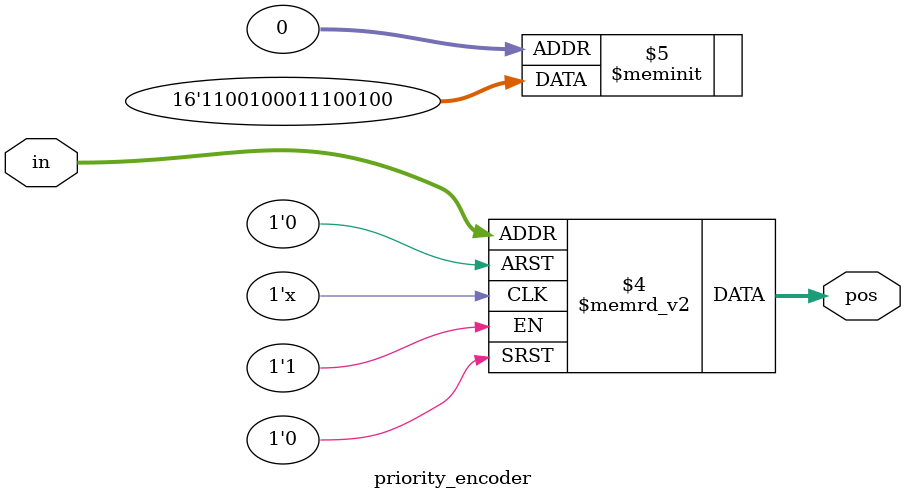
<source format=v>
module priority_encoder( 
input [2:0] in,
output reg [1:0] pos ); 
// When sel=1, assign b to out
always @(*) begin
	casex (in)
	3'b000: pos = 2'b00;
	3'b001: pos = 2'b01;
	3'b010: pos = 2'b10;
	3'b011: pos = 2'b11;
	3'b100: pos = 2'b00;
	3'b101: pos = 2'b10;
	3'b110: pos = 2'b00;
	3'b111: pos = 2'b11;
	default: pos = 2'b00;
	endcase
end
endmodule

</source>
